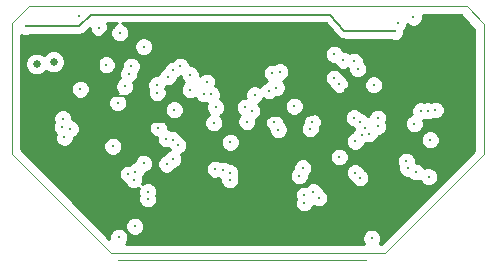
<source format=gbr>
G04 (created by PCBNEW-RS274X (2012-apr-16-27)-stable) date Thu 03 Apr 2014 02:01:57 PM EDT*
G01*
G70*
G90*
%MOIN*%
G04 Gerber Fmt 3.4, Leading zero omitted, Abs format*
%FSLAX34Y34*%
G04 APERTURE LIST*
%ADD10C,0.006000*%
%ADD11C,0.000400*%
%ADD12C,0.002000*%
%ADD13C,0.013000*%
%ADD14C,0.026000*%
%ADD15C,0.008000*%
%ADD16C,0.007000*%
%ADD17C,0.010000*%
G04 APERTURE END LIST*
G54D10*
G54D11*
X24646Y-27224D02*
X27953Y-23917D01*
X15512Y-27224D02*
X12205Y-23917D01*
X15512Y-27224D02*
X24646Y-27224D01*
X12766Y-18996D02*
X12205Y-19557D01*
X27392Y-18996D02*
X27953Y-19596D01*
X26939Y-18996D02*
X27392Y-18996D01*
X27953Y-19596D02*
X27953Y-23917D01*
X16663Y-18996D02*
X26938Y-18996D01*
X12205Y-19557D02*
X12205Y-23917D01*
X16664Y-18996D02*
X12766Y-18996D01*
X15748Y-27461D02*
X24016Y-27461D01*
G54D12*
X15748Y-27461D02*
X24016Y-27461D01*
G54D13*
X25591Y-19360D03*
X14439Y-19331D03*
X24970Y-19833D03*
X12687Y-19665D03*
X16260Y-24783D03*
X17815Y-20984D03*
X16319Y-24508D03*
X17579Y-21122D03*
X17087Y-23051D03*
X18701Y-21516D03*
X17736Y-23622D03*
X18602Y-21909D03*
X18996Y-22362D03*
X18986Y-24419D03*
X19980Y-22362D03*
X19469Y-24774D03*
X20945Y-22854D03*
X20197Y-22480D03*
X22146Y-23081D03*
X20295Y-21939D03*
X21132Y-21171D03*
X21788Y-24643D03*
X23868Y-23268D03*
X23809Y-24705D03*
X24114Y-23248D03*
X23612Y-20827D03*
X22953Y-20591D03*
X24400Y-22717D03*
X25827Y-22480D03*
X25394Y-24390D03*
X26319Y-22451D03*
X25669Y-24518D03*
X21949Y-25285D03*
X23120Y-21585D03*
X23612Y-22707D03*
X22254Y-25177D03*
X15728Y-22205D03*
X16732Y-25413D03*
X15965Y-21663D03*
X16732Y-25177D03*
X17047Y-21870D03*
X17559Y-24094D03*
X21949Y-25551D03*
X22943Y-21388D03*
X23819Y-22835D03*
X22441Y-25384D03*
X16594Y-20334D03*
X13878Y-23012D03*
X16181Y-20994D03*
X14154Y-23071D03*
X16083Y-24587D03*
X17402Y-21339D03*
X18150Y-21280D03*
X16594Y-24232D03*
X17343Y-23406D03*
X18150Y-21772D03*
X17579Y-23445D03*
X18858Y-21929D03*
X18937Y-22874D03*
X19252Y-24459D03*
X19469Y-24537D03*
X20039Y-22835D03*
X17028Y-21614D03*
X17362Y-24252D03*
X20778Y-21811D03*
X21083Y-23100D03*
X21024Y-21703D03*
X22215Y-22854D03*
X21900Y-24380D03*
X20876Y-21220D03*
X23642Y-24537D03*
X23652Y-23494D03*
X23730Y-21083D03*
X23967Y-23051D03*
X23248Y-20787D03*
X24409Y-22992D03*
X25354Y-24154D03*
X25620Y-22904D03*
X26093Y-24675D03*
X26083Y-22480D03*
X13898Y-22736D03*
X15354Y-20945D03*
X16103Y-21240D03*
X13957Y-23366D03*
G54D14*
X13593Y-20846D03*
G54D13*
X24203Y-26732D03*
X25069Y-19557D03*
X15797Y-19872D03*
X16299Y-26329D03*
G54D14*
X13031Y-20915D03*
G54D13*
X24262Y-21614D03*
X26152Y-23445D03*
X14488Y-21752D03*
X17618Y-22441D03*
X15768Y-26693D03*
X19488Y-23524D03*
X15108Y-19705D03*
X15571Y-23661D03*
X23120Y-24016D03*
X21614Y-22323D03*
G54D14*
X13041Y-21555D03*
G54D13*
X16112Y-26555D03*
X13465Y-21870D03*
X18740Y-24055D03*
X27106Y-23543D03*
X16594Y-22895D03*
X25226Y-21762D03*
X14606Y-23839D03*
X20512Y-22854D03*
X18583Y-22579D03*
X20256Y-24075D03*
X25197Y-23543D03*
X24094Y-24114D03*
X15600Y-19705D03*
X23297Y-21791D03*
X21821Y-23927D03*
X22598Y-22470D03*
X16732Y-23780D03*
X15472Y-21978D03*
G54D15*
X24232Y-19818D02*
X24970Y-19833D01*
X12687Y-19665D02*
X14439Y-19665D01*
X14439Y-19665D02*
X14832Y-19272D01*
X23287Y-19818D02*
X24232Y-19818D01*
X24970Y-19833D02*
X24970Y-19833D01*
X14832Y-19272D02*
X22823Y-19272D01*
X22823Y-19272D02*
X23287Y-19818D01*
X13465Y-21870D02*
X13356Y-21870D01*
X13356Y-21870D02*
X13041Y-21555D01*
X15571Y-24734D02*
X15571Y-24016D01*
X16112Y-26555D02*
X15994Y-26437D01*
G54D16*
X14862Y-24016D02*
X14606Y-23839D01*
G54D15*
X15994Y-25157D02*
X15571Y-24734D01*
X15994Y-26437D02*
X15994Y-25157D01*
G54D16*
X20862Y-22635D02*
X20512Y-22854D01*
X25030Y-21703D02*
X25226Y-21762D01*
X18445Y-23917D02*
X18583Y-24055D01*
X16890Y-22835D02*
X16713Y-22835D01*
X24597Y-22136D02*
X25030Y-21703D01*
X16732Y-23780D02*
X16221Y-24016D01*
X15472Y-21978D02*
X15216Y-22224D01*
X18583Y-22618D02*
X18445Y-22756D01*
X16575Y-23760D02*
X16201Y-23465D01*
X16968Y-22835D02*
X16890Y-22835D01*
X16713Y-22835D02*
X16594Y-22895D01*
X22205Y-22618D02*
X21890Y-22687D01*
X22598Y-22470D02*
X22205Y-22618D01*
X16732Y-23780D02*
X16575Y-23760D01*
X22224Y-24124D02*
X21821Y-23927D01*
X13691Y-22224D02*
X13465Y-21870D01*
X19744Y-24155D02*
X20256Y-24075D01*
X23465Y-21712D02*
X24065Y-22136D01*
X25197Y-23543D02*
X25197Y-21791D01*
X18583Y-24055D02*
X18740Y-24055D01*
X24094Y-24114D02*
X24626Y-24114D01*
X22598Y-23100D02*
X22598Y-22470D01*
X23317Y-24498D02*
X23711Y-24114D01*
X20256Y-23110D02*
X20512Y-22854D01*
X23711Y-24114D02*
X24094Y-24114D01*
X27106Y-23543D02*
X26703Y-23888D01*
X16594Y-22411D02*
X16594Y-22895D01*
X22224Y-24124D02*
X22736Y-24518D01*
X21890Y-22687D02*
X20862Y-22635D01*
X15216Y-22224D02*
X13691Y-22224D01*
X20256Y-24075D02*
X20256Y-23110D01*
X23297Y-21791D02*
X23396Y-21703D01*
X18583Y-22579D02*
X18465Y-22579D01*
X21860Y-23838D02*
X22598Y-23100D01*
G54D15*
X15482Y-19705D02*
X15108Y-20079D01*
X15600Y-19705D02*
X15482Y-19705D01*
X15108Y-21614D02*
X15472Y-21978D01*
X15108Y-20079D02*
X15108Y-21614D01*
G54D16*
X24065Y-22136D02*
X24597Y-22136D01*
X26703Y-23888D02*
X25541Y-23888D01*
X18583Y-22579D02*
X18583Y-22618D01*
X25541Y-23888D02*
X25197Y-23543D01*
X15472Y-21978D02*
X16161Y-21978D01*
X23396Y-21703D02*
X23465Y-21712D01*
X16221Y-24016D02*
X15571Y-24016D01*
X15571Y-24016D02*
X14862Y-24016D01*
X18307Y-22834D02*
X16968Y-22835D01*
X25197Y-21791D02*
X25226Y-21762D01*
X18465Y-22579D02*
X18307Y-22834D01*
X16201Y-23110D02*
X16416Y-22895D01*
X19311Y-24115D02*
X19744Y-24155D01*
X18740Y-24055D02*
X19311Y-24115D01*
X24626Y-24114D02*
X25197Y-23543D01*
X21821Y-23927D02*
X21860Y-23838D01*
X16201Y-23465D02*
X16201Y-23110D01*
X16416Y-22895D02*
X16594Y-22895D01*
X18445Y-22756D02*
X18445Y-23917D01*
X22736Y-24518D02*
X23317Y-24498D01*
X16161Y-21978D02*
X16594Y-22411D01*
G54D10*
G36*
X27607Y-19783D02*
X27598Y-23818D01*
X26634Y-24785D01*
X26634Y-22514D01*
X26634Y-22389D01*
X26586Y-22273D01*
X26498Y-22184D01*
X26382Y-22136D01*
X26257Y-22136D01*
X26166Y-22173D01*
X26146Y-22165D01*
X26021Y-22165D01*
X25955Y-22192D01*
X25890Y-22165D01*
X25765Y-22165D01*
X25649Y-22213D01*
X25560Y-22301D01*
X25512Y-22417D01*
X25512Y-22542D01*
X25535Y-22598D01*
X25442Y-22637D01*
X25353Y-22725D01*
X25305Y-22841D01*
X25305Y-22966D01*
X25353Y-23082D01*
X25441Y-23171D01*
X25557Y-23219D01*
X25682Y-23219D01*
X25798Y-23171D01*
X25887Y-23083D01*
X25935Y-22967D01*
X25935Y-22842D01*
X25911Y-22785D01*
X25954Y-22767D01*
X26020Y-22795D01*
X26145Y-22795D01*
X26235Y-22757D01*
X26256Y-22766D01*
X26381Y-22766D01*
X26497Y-22718D01*
X26586Y-22630D01*
X26634Y-22514D01*
X26634Y-24785D01*
X26467Y-24952D01*
X26467Y-23508D01*
X26467Y-23383D01*
X26419Y-23267D01*
X26331Y-23178D01*
X26215Y-23130D01*
X26090Y-23130D01*
X25974Y-23178D01*
X25885Y-23266D01*
X25837Y-23382D01*
X25837Y-23507D01*
X25885Y-23623D01*
X25973Y-23712D01*
X26089Y-23760D01*
X26214Y-23760D01*
X26330Y-23712D01*
X26419Y-23624D01*
X26467Y-23508D01*
X26467Y-24952D01*
X26408Y-25011D01*
X26408Y-24738D01*
X26408Y-24613D01*
X26360Y-24497D01*
X26272Y-24408D01*
X26156Y-24360D01*
X26031Y-24360D01*
X25956Y-24390D01*
X25936Y-24340D01*
X25848Y-24251D01*
X25732Y-24203D01*
X25669Y-24203D01*
X25669Y-24092D01*
X25621Y-23976D01*
X25533Y-23887D01*
X25417Y-23839D01*
X25292Y-23839D01*
X25176Y-23887D01*
X25087Y-23975D01*
X25039Y-24091D01*
X25039Y-24216D01*
X25081Y-24319D01*
X25079Y-24327D01*
X25079Y-24452D01*
X25127Y-24568D01*
X25215Y-24657D01*
X25331Y-24705D01*
X25410Y-24705D01*
X25490Y-24785D01*
X25606Y-24833D01*
X25731Y-24833D01*
X25805Y-24802D01*
X25826Y-24853D01*
X25914Y-24942D01*
X26030Y-24990D01*
X26155Y-24990D01*
X26271Y-24942D01*
X26360Y-24854D01*
X26408Y-24738D01*
X26408Y-25011D01*
X24724Y-26701D01*
X24724Y-23055D01*
X24724Y-22930D01*
X24688Y-22844D01*
X24715Y-22780D01*
X24715Y-22655D01*
X24667Y-22539D01*
X24579Y-22450D01*
X24577Y-22449D01*
X24577Y-21677D01*
X24577Y-21552D01*
X24529Y-21436D01*
X24441Y-21347D01*
X24325Y-21299D01*
X24200Y-21299D01*
X24084Y-21347D01*
X24045Y-21385D01*
X24045Y-21146D01*
X24045Y-21021D01*
X23997Y-20905D01*
X23927Y-20834D01*
X23927Y-20765D01*
X23879Y-20649D01*
X23791Y-20560D01*
X23675Y-20512D01*
X23550Y-20512D01*
X23457Y-20550D01*
X23427Y-20520D01*
X23311Y-20472D01*
X23244Y-20472D01*
X23220Y-20413D01*
X23132Y-20324D01*
X23016Y-20276D01*
X22891Y-20276D01*
X22775Y-20324D01*
X22686Y-20412D01*
X22638Y-20528D01*
X22638Y-20653D01*
X22686Y-20769D01*
X22774Y-20858D01*
X22890Y-20906D01*
X22956Y-20906D01*
X22981Y-20965D01*
X23069Y-21054D01*
X23185Y-21102D01*
X23310Y-21102D01*
X23402Y-21063D01*
X23415Y-21075D01*
X23415Y-21145D01*
X23463Y-21261D01*
X23551Y-21350D01*
X23667Y-21398D01*
X23792Y-21398D01*
X23908Y-21350D01*
X23997Y-21262D01*
X24045Y-21146D01*
X24045Y-21385D01*
X23995Y-21435D01*
X23947Y-21551D01*
X23947Y-21676D01*
X23995Y-21792D01*
X24083Y-21881D01*
X24199Y-21929D01*
X24324Y-21929D01*
X24440Y-21881D01*
X24529Y-21793D01*
X24577Y-21677D01*
X24577Y-22449D01*
X24463Y-22402D01*
X24338Y-22402D01*
X24222Y-22450D01*
X24133Y-22538D01*
X24085Y-22654D01*
X24085Y-22655D01*
X23998Y-22568D01*
X23882Y-22520D01*
X23870Y-22520D01*
X23791Y-22440D01*
X23675Y-22392D01*
X23550Y-22392D01*
X23435Y-22439D01*
X23435Y-21648D01*
X23435Y-21523D01*
X23387Y-21407D01*
X23299Y-21318D01*
X23245Y-21295D01*
X23210Y-21210D01*
X23122Y-21121D01*
X23006Y-21073D01*
X22881Y-21073D01*
X22765Y-21121D01*
X22676Y-21209D01*
X22628Y-21325D01*
X22628Y-21450D01*
X22676Y-21566D01*
X22764Y-21655D01*
X22817Y-21677D01*
X22853Y-21763D01*
X22941Y-21852D01*
X23057Y-21900D01*
X23182Y-21900D01*
X23298Y-21852D01*
X23387Y-21764D01*
X23435Y-21648D01*
X23435Y-22439D01*
X23434Y-22440D01*
X23345Y-22528D01*
X23297Y-22644D01*
X23297Y-22769D01*
X23345Y-22885D01*
X23433Y-22974D01*
X23549Y-23022D01*
X23560Y-23022D01*
X23614Y-23075D01*
X23601Y-23089D01*
X23558Y-23192D01*
X23474Y-23227D01*
X23385Y-23315D01*
X23337Y-23431D01*
X23337Y-23556D01*
X23385Y-23672D01*
X23473Y-23761D01*
X23589Y-23809D01*
X23714Y-23809D01*
X23830Y-23761D01*
X23919Y-23673D01*
X23961Y-23569D01*
X24014Y-23547D01*
X24051Y-23563D01*
X24176Y-23563D01*
X24292Y-23515D01*
X24381Y-23427D01*
X24429Y-23311D01*
X24429Y-23307D01*
X24471Y-23307D01*
X24587Y-23259D01*
X24676Y-23171D01*
X24724Y-23055D01*
X24724Y-26701D01*
X24507Y-26919D01*
X24461Y-26918D01*
X24470Y-26911D01*
X24518Y-26795D01*
X24518Y-26670D01*
X24470Y-26554D01*
X24382Y-26465D01*
X24266Y-26417D01*
X24141Y-26417D01*
X24124Y-26424D01*
X24124Y-24768D01*
X24124Y-24643D01*
X24076Y-24527D01*
X23988Y-24438D01*
X23932Y-24414D01*
X23909Y-24359D01*
X23821Y-24270D01*
X23705Y-24222D01*
X23580Y-24222D01*
X23464Y-24270D01*
X23435Y-24298D01*
X23435Y-24079D01*
X23435Y-23954D01*
X23387Y-23838D01*
X23299Y-23749D01*
X23183Y-23701D01*
X23058Y-23701D01*
X22942Y-23749D01*
X22853Y-23837D01*
X22805Y-23953D01*
X22805Y-24078D01*
X22853Y-24194D01*
X22941Y-24283D01*
X23057Y-24331D01*
X23182Y-24331D01*
X23298Y-24283D01*
X23387Y-24195D01*
X23435Y-24079D01*
X23435Y-24298D01*
X23375Y-24358D01*
X23327Y-24474D01*
X23327Y-24599D01*
X23375Y-24715D01*
X23463Y-24804D01*
X23518Y-24827D01*
X23542Y-24883D01*
X23630Y-24972D01*
X23746Y-25020D01*
X23871Y-25020D01*
X23987Y-24972D01*
X24076Y-24884D01*
X24124Y-24768D01*
X24124Y-26424D01*
X24025Y-26465D01*
X23936Y-26553D01*
X23888Y-26669D01*
X23888Y-26794D01*
X23936Y-26910D01*
X23944Y-26918D01*
X22756Y-26916D01*
X22756Y-25447D01*
X22756Y-25322D01*
X22708Y-25206D01*
X22620Y-25117D01*
X22559Y-25091D01*
X22530Y-25020D01*
X22530Y-22917D01*
X22530Y-22792D01*
X22482Y-22676D01*
X22394Y-22587D01*
X22278Y-22539D01*
X22153Y-22539D01*
X22037Y-22587D01*
X21948Y-22675D01*
X21929Y-22720D01*
X21929Y-22386D01*
X21929Y-22261D01*
X21881Y-22145D01*
X21793Y-22056D01*
X21677Y-22008D01*
X21552Y-22008D01*
X21447Y-22051D01*
X21447Y-21234D01*
X21447Y-21109D01*
X21399Y-20993D01*
X21311Y-20904D01*
X21195Y-20856D01*
X21070Y-20856D01*
X20954Y-20904D01*
X20948Y-20909D01*
X20939Y-20905D01*
X20814Y-20905D01*
X20698Y-20953D01*
X20609Y-21041D01*
X20561Y-21157D01*
X20561Y-21282D01*
X20609Y-21398D01*
X20697Y-21487D01*
X20718Y-21496D01*
X20716Y-21496D01*
X20600Y-21544D01*
X20511Y-21632D01*
X20488Y-21686D01*
X20474Y-21672D01*
X20358Y-21624D01*
X20233Y-21624D01*
X20117Y-21672D01*
X20028Y-21760D01*
X19980Y-21876D01*
X19980Y-22001D01*
X19999Y-22047D01*
X19918Y-22047D01*
X19802Y-22095D01*
X19713Y-22183D01*
X19665Y-22299D01*
X19665Y-22424D01*
X19713Y-22540D01*
X19800Y-22628D01*
X19772Y-22656D01*
X19724Y-22772D01*
X19724Y-22897D01*
X19772Y-23013D01*
X19860Y-23102D01*
X19976Y-23150D01*
X20101Y-23150D01*
X20217Y-23102D01*
X20306Y-23014D01*
X20354Y-22898D01*
X20354Y-22773D01*
X20347Y-22758D01*
X20375Y-22747D01*
X20464Y-22659D01*
X20512Y-22543D01*
X20512Y-22418D01*
X20464Y-22302D01*
X20399Y-22236D01*
X20473Y-22206D01*
X20562Y-22118D01*
X20584Y-22063D01*
X20599Y-22078D01*
X20715Y-22126D01*
X20840Y-22126D01*
X20956Y-22078D01*
X21016Y-22018D01*
X21086Y-22018D01*
X21202Y-21970D01*
X21291Y-21882D01*
X21339Y-21766D01*
X21339Y-21641D01*
X21291Y-21525D01*
X21235Y-21468D01*
X21310Y-21438D01*
X21399Y-21350D01*
X21447Y-21234D01*
X21447Y-22051D01*
X21436Y-22056D01*
X21347Y-22144D01*
X21299Y-22260D01*
X21299Y-22385D01*
X21347Y-22501D01*
X21435Y-22590D01*
X21551Y-22638D01*
X21676Y-22638D01*
X21792Y-22590D01*
X21881Y-22502D01*
X21929Y-22386D01*
X21929Y-22720D01*
X21900Y-22791D01*
X21900Y-22881D01*
X21879Y-22902D01*
X21831Y-23018D01*
X21831Y-23143D01*
X21879Y-23259D01*
X21967Y-23348D01*
X22083Y-23396D01*
X22208Y-23396D01*
X22324Y-23348D01*
X22413Y-23260D01*
X22461Y-23144D01*
X22461Y-23053D01*
X22482Y-23033D01*
X22530Y-22917D01*
X22530Y-25020D01*
X22521Y-24999D01*
X22433Y-24910D01*
X22317Y-24862D01*
X22215Y-24862D01*
X22215Y-24443D01*
X22215Y-24318D01*
X22167Y-24202D01*
X22079Y-24113D01*
X21963Y-24065D01*
X21838Y-24065D01*
X21722Y-24113D01*
X21633Y-24201D01*
X21585Y-24317D01*
X21585Y-24400D01*
X21521Y-24464D01*
X21473Y-24580D01*
X21473Y-24705D01*
X21521Y-24821D01*
X21609Y-24910D01*
X21725Y-24958D01*
X21850Y-24958D01*
X21966Y-24910D01*
X22055Y-24822D01*
X22103Y-24706D01*
X22103Y-24622D01*
X22167Y-24559D01*
X22215Y-24443D01*
X22215Y-24862D01*
X22192Y-24862D01*
X22076Y-24910D01*
X22014Y-24970D01*
X22012Y-24970D01*
X21887Y-24970D01*
X21771Y-25018D01*
X21682Y-25106D01*
X21634Y-25222D01*
X21634Y-25347D01*
X21663Y-25417D01*
X21634Y-25488D01*
X21634Y-25613D01*
X21682Y-25729D01*
X21770Y-25818D01*
X21886Y-25866D01*
X22011Y-25866D01*
X22127Y-25818D01*
X22216Y-25730D01*
X22252Y-25641D01*
X22262Y-25651D01*
X22378Y-25699D01*
X22503Y-25699D01*
X22619Y-25651D01*
X22708Y-25563D01*
X22756Y-25447D01*
X22756Y-26916D01*
X21398Y-26915D01*
X21398Y-23163D01*
X21398Y-23038D01*
X21350Y-22922D01*
X21262Y-22833D01*
X21260Y-22832D01*
X21260Y-22792D01*
X21212Y-22676D01*
X21124Y-22587D01*
X21008Y-22539D01*
X20883Y-22539D01*
X20767Y-22587D01*
X20678Y-22675D01*
X20630Y-22791D01*
X20630Y-22916D01*
X20678Y-23032D01*
X20766Y-23121D01*
X20768Y-23121D01*
X20768Y-23162D01*
X20816Y-23278D01*
X20904Y-23367D01*
X21020Y-23415D01*
X21145Y-23415D01*
X21261Y-23367D01*
X21350Y-23279D01*
X21398Y-23163D01*
X21398Y-26915D01*
X19803Y-26913D01*
X19803Y-23587D01*
X19803Y-23462D01*
X19755Y-23346D01*
X19667Y-23257D01*
X19551Y-23209D01*
X19426Y-23209D01*
X19311Y-23256D01*
X19311Y-22425D01*
X19311Y-22300D01*
X19263Y-22184D01*
X19175Y-22095D01*
X19136Y-22079D01*
X19173Y-21992D01*
X19173Y-21867D01*
X19125Y-21751D01*
X19037Y-21662D01*
X18989Y-21642D01*
X19016Y-21579D01*
X19016Y-21454D01*
X18968Y-21338D01*
X18880Y-21249D01*
X18764Y-21201D01*
X18639Y-21201D01*
X18523Y-21249D01*
X18465Y-21306D01*
X18465Y-21218D01*
X18417Y-21102D01*
X18329Y-21013D01*
X18213Y-20965D01*
X18130Y-20965D01*
X18130Y-20922D01*
X18082Y-20806D01*
X17994Y-20717D01*
X17878Y-20669D01*
X17753Y-20669D01*
X17637Y-20717D01*
X17548Y-20805D01*
X17547Y-20807D01*
X17517Y-20807D01*
X17401Y-20855D01*
X17312Y-20943D01*
X17265Y-21054D01*
X17224Y-21072D01*
X17135Y-21160D01*
X17087Y-21276D01*
X17087Y-21299D01*
X16966Y-21299D01*
X16909Y-21322D01*
X16909Y-20397D01*
X16909Y-20272D01*
X16861Y-20156D01*
X16773Y-20067D01*
X16657Y-20019D01*
X16532Y-20019D01*
X16416Y-20067D01*
X16327Y-20155D01*
X16279Y-20271D01*
X16279Y-20396D01*
X16327Y-20512D01*
X16415Y-20601D01*
X16531Y-20649D01*
X16656Y-20649D01*
X16772Y-20601D01*
X16861Y-20513D01*
X16909Y-20397D01*
X16909Y-21322D01*
X16850Y-21347D01*
X16761Y-21435D01*
X16713Y-21551D01*
X16713Y-21676D01*
X16749Y-21764D01*
X16732Y-21807D01*
X16732Y-21932D01*
X16780Y-22048D01*
X16868Y-22137D01*
X16984Y-22185D01*
X17109Y-22185D01*
X17225Y-22137D01*
X17314Y-22049D01*
X17362Y-21933D01*
X17362Y-21808D01*
X17325Y-21719D01*
X17343Y-21677D01*
X17343Y-21654D01*
X17464Y-21654D01*
X17580Y-21606D01*
X17669Y-21518D01*
X17715Y-21406D01*
X17757Y-21389D01*
X17835Y-21311D01*
X17835Y-21342D01*
X17883Y-21458D01*
X17950Y-21526D01*
X17883Y-21593D01*
X17835Y-21709D01*
X17835Y-21834D01*
X17883Y-21950D01*
X17971Y-22039D01*
X18087Y-22087D01*
X18212Y-22087D01*
X18317Y-22043D01*
X18335Y-22087D01*
X18423Y-22176D01*
X18539Y-22224D01*
X18664Y-22224D01*
X18705Y-22206D01*
X18717Y-22211D01*
X18681Y-22299D01*
X18681Y-22424D01*
X18729Y-22540D01*
X18784Y-22596D01*
X18759Y-22607D01*
X18670Y-22695D01*
X18622Y-22811D01*
X18622Y-22936D01*
X18670Y-23052D01*
X18758Y-23141D01*
X18874Y-23189D01*
X18999Y-23189D01*
X19115Y-23141D01*
X19204Y-23053D01*
X19252Y-22937D01*
X19252Y-22812D01*
X19204Y-22696D01*
X19148Y-22639D01*
X19174Y-22629D01*
X19263Y-22541D01*
X19311Y-22425D01*
X19311Y-23256D01*
X19310Y-23257D01*
X19221Y-23345D01*
X19173Y-23461D01*
X19173Y-23586D01*
X19221Y-23702D01*
X19309Y-23791D01*
X19425Y-23839D01*
X19550Y-23839D01*
X19666Y-23791D01*
X19755Y-23703D01*
X19803Y-23587D01*
X19803Y-26913D01*
X19784Y-26913D01*
X19784Y-24837D01*
X19784Y-24712D01*
X19760Y-24656D01*
X19784Y-24600D01*
X19784Y-24475D01*
X19736Y-24359D01*
X19648Y-24270D01*
X19532Y-24222D01*
X19460Y-24222D01*
X19431Y-24192D01*
X19315Y-24144D01*
X19190Y-24144D01*
X19166Y-24153D01*
X19165Y-24152D01*
X19049Y-24104D01*
X18924Y-24104D01*
X18808Y-24152D01*
X18719Y-24240D01*
X18671Y-24356D01*
X18671Y-24481D01*
X18719Y-24597D01*
X18807Y-24686D01*
X18923Y-24734D01*
X19048Y-24734D01*
X19071Y-24724D01*
X19073Y-24726D01*
X19154Y-24759D01*
X19154Y-24836D01*
X19202Y-24952D01*
X19290Y-25041D01*
X19406Y-25089D01*
X19531Y-25089D01*
X19647Y-25041D01*
X19736Y-24953D01*
X19784Y-24837D01*
X19784Y-26913D01*
X18051Y-26911D01*
X18051Y-23685D01*
X18051Y-23560D01*
X18003Y-23444D01*
X17933Y-23373D01*
X17933Y-22504D01*
X17933Y-22379D01*
X17885Y-22263D01*
X17797Y-22174D01*
X17681Y-22126D01*
X17556Y-22126D01*
X17440Y-22174D01*
X17351Y-22262D01*
X17303Y-22378D01*
X17303Y-22503D01*
X17351Y-22619D01*
X17439Y-22708D01*
X17555Y-22756D01*
X17680Y-22756D01*
X17796Y-22708D01*
X17885Y-22620D01*
X17933Y-22504D01*
X17933Y-23373D01*
X17915Y-23355D01*
X17875Y-23338D01*
X17846Y-23267D01*
X17758Y-23178D01*
X17642Y-23130D01*
X17517Y-23130D01*
X17508Y-23133D01*
X17406Y-23091D01*
X17402Y-23091D01*
X17402Y-22989D01*
X17354Y-22873D01*
X17266Y-22784D01*
X17150Y-22736D01*
X17025Y-22736D01*
X16909Y-22784D01*
X16820Y-22872D01*
X16772Y-22988D01*
X16772Y-23113D01*
X16820Y-23229D01*
X16908Y-23318D01*
X17024Y-23366D01*
X17028Y-23366D01*
X17028Y-23468D01*
X17076Y-23584D01*
X17164Y-23673D01*
X17280Y-23721D01*
X17405Y-23721D01*
X17413Y-23717D01*
X17439Y-23728D01*
X17465Y-23791D01*
X17381Y-23827D01*
X17292Y-23915D01*
X17279Y-23945D01*
X17184Y-23985D01*
X17095Y-24073D01*
X17047Y-24189D01*
X17047Y-24314D01*
X17095Y-24430D01*
X17183Y-24519D01*
X17299Y-24567D01*
X17424Y-24567D01*
X17540Y-24519D01*
X17629Y-24431D01*
X17641Y-24400D01*
X17737Y-24361D01*
X17826Y-24273D01*
X17874Y-24157D01*
X17874Y-24032D01*
X17829Y-23924D01*
X17914Y-23889D01*
X18003Y-23801D01*
X18051Y-23685D01*
X18051Y-26911D01*
X17047Y-26910D01*
X17047Y-25476D01*
X17047Y-25351D01*
X17024Y-25295D01*
X17047Y-25240D01*
X17047Y-25115D01*
X16999Y-24999D01*
X16911Y-24910D01*
X16795Y-24862D01*
X16670Y-24862D01*
X16554Y-24910D01*
X16544Y-24919D01*
X16575Y-24846D01*
X16575Y-24721D01*
X16568Y-24704D01*
X16586Y-24687D01*
X16634Y-24571D01*
X16634Y-24547D01*
X16656Y-24547D01*
X16772Y-24499D01*
X16861Y-24411D01*
X16909Y-24295D01*
X16909Y-24170D01*
X16861Y-24054D01*
X16773Y-23965D01*
X16657Y-23917D01*
X16532Y-23917D01*
X16496Y-23931D01*
X16496Y-21057D01*
X16496Y-20932D01*
X16448Y-20816D01*
X16360Y-20727D01*
X16244Y-20679D01*
X16119Y-20679D01*
X16003Y-20727D01*
X15914Y-20815D01*
X15866Y-20931D01*
X15866Y-21031D01*
X15836Y-21061D01*
X15788Y-21177D01*
X15788Y-21302D01*
X15821Y-21381D01*
X15787Y-21396D01*
X15698Y-21484D01*
X15669Y-21554D01*
X15669Y-21008D01*
X15669Y-20883D01*
X15621Y-20767D01*
X15533Y-20678D01*
X15417Y-20630D01*
X15292Y-20630D01*
X15176Y-20678D01*
X15087Y-20766D01*
X15039Y-20882D01*
X15039Y-21007D01*
X15087Y-21123D01*
X15175Y-21212D01*
X15291Y-21260D01*
X15416Y-21260D01*
X15532Y-21212D01*
X15621Y-21124D01*
X15669Y-21008D01*
X15669Y-21554D01*
X15650Y-21600D01*
X15650Y-21725D01*
X15698Y-21841D01*
X15746Y-21890D01*
X15666Y-21890D01*
X15550Y-21938D01*
X15461Y-22026D01*
X15413Y-22142D01*
X15413Y-22267D01*
X15461Y-22383D01*
X15549Y-22472D01*
X15665Y-22520D01*
X15790Y-22520D01*
X15906Y-22472D01*
X15995Y-22384D01*
X16043Y-22268D01*
X16043Y-22143D01*
X15995Y-22027D01*
X15946Y-21978D01*
X16027Y-21978D01*
X16143Y-21930D01*
X16232Y-21842D01*
X16280Y-21726D01*
X16280Y-21601D01*
X16246Y-21521D01*
X16281Y-21507D01*
X16370Y-21419D01*
X16418Y-21303D01*
X16418Y-21202D01*
X16448Y-21173D01*
X16496Y-21057D01*
X16496Y-23931D01*
X16416Y-23965D01*
X16327Y-24053D01*
X16279Y-24169D01*
X16279Y-24193D01*
X16257Y-24193D01*
X16141Y-24241D01*
X16109Y-24272D01*
X16021Y-24272D01*
X15905Y-24320D01*
X15886Y-24338D01*
X15886Y-23724D01*
X15886Y-23599D01*
X15838Y-23483D01*
X15750Y-23394D01*
X15634Y-23346D01*
X15509Y-23346D01*
X15393Y-23394D01*
X15304Y-23482D01*
X15256Y-23598D01*
X15256Y-23723D01*
X15304Y-23839D01*
X15392Y-23928D01*
X15508Y-23976D01*
X15633Y-23976D01*
X15749Y-23928D01*
X15838Y-23840D01*
X15886Y-23724D01*
X15886Y-24338D01*
X15816Y-24408D01*
X15768Y-24524D01*
X15768Y-24649D01*
X15816Y-24765D01*
X15904Y-24854D01*
X15957Y-24876D01*
X15993Y-24961D01*
X16081Y-25050D01*
X16197Y-25098D01*
X16322Y-25098D01*
X16438Y-25050D01*
X16447Y-25040D01*
X16417Y-25114D01*
X16417Y-25239D01*
X16439Y-25294D01*
X16417Y-25350D01*
X16417Y-25475D01*
X16465Y-25591D01*
X16553Y-25680D01*
X16669Y-25728D01*
X16794Y-25728D01*
X16910Y-25680D01*
X16999Y-25592D01*
X17047Y-25476D01*
X17047Y-26910D01*
X16614Y-26909D01*
X16614Y-26392D01*
X16614Y-26267D01*
X16566Y-26151D01*
X16478Y-26062D01*
X16362Y-26014D01*
X16237Y-26014D01*
X16121Y-26062D01*
X16032Y-26150D01*
X15984Y-26266D01*
X15984Y-26391D01*
X16032Y-26507D01*
X16120Y-26596D01*
X16236Y-26644D01*
X16361Y-26644D01*
X16477Y-26596D01*
X16566Y-26508D01*
X16614Y-26392D01*
X16614Y-26909D01*
X15997Y-26909D01*
X16035Y-26872D01*
X16083Y-26756D01*
X16083Y-26631D01*
X16035Y-26515D01*
X15947Y-26426D01*
X15831Y-26378D01*
X15706Y-26378D01*
X15590Y-26426D01*
X15501Y-26514D01*
X15453Y-26630D01*
X15453Y-26738D01*
X14803Y-26078D01*
X14803Y-21815D01*
X14803Y-21690D01*
X14755Y-21574D01*
X14667Y-21485D01*
X14551Y-21437D01*
X14426Y-21437D01*
X14310Y-21485D01*
X14221Y-21573D01*
X14173Y-21689D01*
X14173Y-21814D01*
X14221Y-21930D01*
X14309Y-22019D01*
X14425Y-22067D01*
X14550Y-22067D01*
X14666Y-22019D01*
X14755Y-21931D01*
X14803Y-21815D01*
X14803Y-26078D01*
X14469Y-25738D01*
X14469Y-23134D01*
X14469Y-23009D01*
X14421Y-22893D01*
X14333Y-22804D01*
X14217Y-22756D01*
X14213Y-22756D01*
X14213Y-22674D01*
X14165Y-22558D01*
X14077Y-22469D01*
X13973Y-22425D01*
X13973Y-20922D01*
X13973Y-20771D01*
X13915Y-20631D01*
X13809Y-20524D01*
X13669Y-20466D01*
X13518Y-20466D01*
X13378Y-20524D01*
X13277Y-20623D01*
X13247Y-20593D01*
X13107Y-20535D01*
X12956Y-20535D01*
X12816Y-20593D01*
X12709Y-20699D01*
X12651Y-20839D01*
X12651Y-20990D01*
X12709Y-21130D01*
X12815Y-21237D01*
X12955Y-21295D01*
X13106Y-21295D01*
X13246Y-21237D01*
X13346Y-21137D01*
X13377Y-21168D01*
X13517Y-21226D01*
X13668Y-21226D01*
X13808Y-21168D01*
X13915Y-21062D01*
X13973Y-20922D01*
X13973Y-22425D01*
X13961Y-22421D01*
X13836Y-22421D01*
X13720Y-22469D01*
X13631Y-22557D01*
X13583Y-22673D01*
X13583Y-22798D01*
X13604Y-22849D01*
X13563Y-22949D01*
X13563Y-23074D01*
X13611Y-23190D01*
X13665Y-23245D01*
X13642Y-23303D01*
X13642Y-23428D01*
X13690Y-23544D01*
X13778Y-23633D01*
X13894Y-23681D01*
X14019Y-23681D01*
X14135Y-23633D01*
X14224Y-23545D01*
X14272Y-23429D01*
X14272Y-23362D01*
X14332Y-23338D01*
X14421Y-23250D01*
X14469Y-23134D01*
X14469Y-25738D01*
X12520Y-23760D01*
X12520Y-19936D01*
X12624Y-19980D01*
X12749Y-19980D01*
X12809Y-19955D01*
X14439Y-19955D01*
X14550Y-19933D01*
X14644Y-19870D01*
X14793Y-19721D01*
X14793Y-19767D01*
X14841Y-19883D01*
X14929Y-19972D01*
X15045Y-20020D01*
X15170Y-20020D01*
X15286Y-19972D01*
X15375Y-19884D01*
X15423Y-19768D01*
X15423Y-19643D01*
X15389Y-19562D01*
X15722Y-19562D01*
X15619Y-19605D01*
X15530Y-19693D01*
X15482Y-19809D01*
X15482Y-19934D01*
X15530Y-20050D01*
X15618Y-20139D01*
X15734Y-20187D01*
X15859Y-20187D01*
X15975Y-20139D01*
X16064Y-20051D01*
X16112Y-19935D01*
X16112Y-19810D01*
X16064Y-19694D01*
X15976Y-19605D01*
X15872Y-19562D01*
X22688Y-19562D01*
X23066Y-20005D01*
X23074Y-20011D01*
X23082Y-20023D01*
X23128Y-20054D01*
X23155Y-20075D01*
X23162Y-20077D01*
X23176Y-20086D01*
X23234Y-20097D01*
X23264Y-20106D01*
X23272Y-20105D01*
X23287Y-20108D01*
X24226Y-20108D01*
X24232Y-20108D01*
X24840Y-20120D01*
X24907Y-20148D01*
X25032Y-20148D01*
X25148Y-20100D01*
X25237Y-20012D01*
X25285Y-19896D01*
X25285Y-19786D01*
X25336Y-19736D01*
X25384Y-19620D01*
X25384Y-19598D01*
X25412Y-19627D01*
X25528Y-19675D01*
X25653Y-19675D01*
X25769Y-19627D01*
X25858Y-19539D01*
X25906Y-19423D01*
X25906Y-19298D01*
X25899Y-19282D01*
X27163Y-19282D01*
X27607Y-19783D01*
X27607Y-19783D01*
G37*
G54D17*
X27607Y-19783D02*
X27598Y-23818D01*
X26634Y-24785D01*
X26634Y-22514D01*
X26634Y-22389D01*
X26586Y-22273D01*
X26498Y-22184D01*
X26382Y-22136D01*
X26257Y-22136D01*
X26166Y-22173D01*
X26146Y-22165D01*
X26021Y-22165D01*
X25955Y-22192D01*
X25890Y-22165D01*
X25765Y-22165D01*
X25649Y-22213D01*
X25560Y-22301D01*
X25512Y-22417D01*
X25512Y-22542D01*
X25535Y-22598D01*
X25442Y-22637D01*
X25353Y-22725D01*
X25305Y-22841D01*
X25305Y-22966D01*
X25353Y-23082D01*
X25441Y-23171D01*
X25557Y-23219D01*
X25682Y-23219D01*
X25798Y-23171D01*
X25887Y-23083D01*
X25935Y-22967D01*
X25935Y-22842D01*
X25911Y-22785D01*
X25954Y-22767D01*
X26020Y-22795D01*
X26145Y-22795D01*
X26235Y-22757D01*
X26256Y-22766D01*
X26381Y-22766D01*
X26497Y-22718D01*
X26586Y-22630D01*
X26634Y-22514D01*
X26634Y-24785D01*
X26467Y-24952D01*
X26467Y-23508D01*
X26467Y-23383D01*
X26419Y-23267D01*
X26331Y-23178D01*
X26215Y-23130D01*
X26090Y-23130D01*
X25974Y-23178D01*
X25885Y-23266D01*
X25837Y-23382D01*
X25837Y-23507D01*
X25885Y-23623D01*
X25973Y-23712D01*
X26089Y-23760D01*
X26214Y-23760D01*
X26330Y-23712D01*
X26419Y-23624D01*
X26467Y-23508D01*
X26467Y-24952D01*
X26408Y-25011D01*
X26408Y-24738D01*
X26408Y-24613D01*
X26360Y-24497D01*
X26272Y-24408D01*
X26156Y-24360D01*
X26031Y-24360D01*
X25956Y-24390D01*
X25936Y-24340D01*
X25848Y-24251D01*
X25732Y-24203D01*
X25669Y-24203D01*
X25669Y-24092D01*
X25621Y-23976D01*
X25533Y-23887D01*
X25417Y-23839D01*
X25292Y-23839D01*
X25176Y-23887D01*
X25087Y-23975D01*
X25039Y-24091D01*
X25039Y-24216D01*
X25081Y-24319D01*
X25079Y-24327D01*
X25079Y-24452D01*
X25127Y-24568D01*
X25215Y-24657D01*
X25331Y-24705D01*
X25410Y-24705D01*
X25490Y-24785D01*
X25606Y-24833D01*
X25731Y-24833D01*
X25805Y-24802D01*
X25826Y-24853D01*
X25914Y-24942D01*
X26030Y-24990D01*
X26155Y-24990D01*
X26271Y-24942D01*
X26360Y-24854D01*
X26408Y-24738D01*
X26408Y-25011D01*
X24724Y-26701D01*
X24724Y-23055D01*
X24724Y-22930D01*
X24688Y-22844D01*
X24715Y-22780D01*
X24715Y-22655D01*
X24667Y-22539D01*
X24579Y-22450D01*
X24577Y-22449D01*
X24577Y-21677D01*
X24577Y-21552D01*
X24529Y-21436D01*
X24441Y-21347D01*
X24325Y-21299D01*
X24200Y-21299D01*
X24084Y-21347D01*
X24045Y-21385D01*
X24045Y-21146D01*
X24045Y-21021D01*
X23997Y-20905D01*
X23927Y-20834D01*
X23927Y-20765D01*
X23879Y-20649D01*
X23791Y-20560D01*
X23675Y-20512D01*
X23550Y-20512D01*
X23457Y-20550D01*
X23427Y-20520D01*
X23311Y-20472D01*
X23244Y-20472D01*
X23220Y-20413D01*
X23132Y-20324D01*
X23016Y-20276D01*
X22891Y-20276D01*
X22775Y-20324D01*
X22686Y-20412D01*
X22638Y-20528D01*
X22638Y-20653D01*
X22686Y-20769D01*
X22774Y-20858D01*
X22890Y-20906D01*
X22956Y-20906D01*
X22981Y-20965D01*
X23069Y-21054D01*
X23185Y-21102D01*
X23310Y-21102D01*
X23402Y-21063D01*
X23415Y-21075D01*
X23415Y-21145D01*
X23463Y-21261D01*
X23551Y-21350D01*
X23667Y-21398D01*
X23792Y-21398D01*
X23908Y-21350D01*
X23997Y-21262D01*
X24045Y-21146D01*
X24045Y-21385D01*
X23995Y-21435D01*
X23947Y-21551D01*
X23947Y-21676D01*
X23995Y-21792D01*
X24083Y-21881D01*
X24199Y-21929D01*
X24324Y-21929D01*
X24440Y-21881D01*
X24529Y-21793D01*
X24577Y-21677D01*
X24577Y-22449D01*
X24463Y-22402D01*
X24338Y-22402D01*
X24222Y-22450D01*
X24133Y-22538D01*
X24085Y-22654D01*
X24085Y-22655D01*
X23998Y-22568D01*
X23882Y-22520D01*
X23870Y-22520D01*
X23791Y-22440D01*
X23675Y-22392D01*
X23550Y-22392D01*
X23435Y-22439D01*
X23435Y-21648D01*
X23435Y-21523D01*
X23387Y-21407D01*
X23299Y-21318D01*
X23245Y-21295D01*
X23210Y-21210D01*
X23122Y-21121D01*
X23006Y-21073D01*
X22881Y-21073D01*
X22765Y-21121D01*
X22676Y-21209D01*
X22628Y-21325D01*
X22628Y-21450D01*
X22676Y-21566D01*
X22764Y-21655D01*
X22817Y-21677D01*
X22853Y-21763D01*
X22941Y-21852D01*
X23057Y-21900D01*
X23182Y-21900D01*
X23298Y-21852D01*
X23387Y-21764D01*
X23435Y-21648D01*
X23435Y-22439D01*
X23434Y-22440D01*
X23345Y-22528D01*
X23297Y-22644D01*
X23297Y-22769D01*
X23345Y-22885D01*
X23433Y-22974D01*
X23549Y-23022D01*
X23560Y-23022D01*
X23614Y-23075D01*
X23601Y-23089D01*
X23558Y-23192D01*
X23474Y-23227D01*
X23385Y-23315D01*
X23337Y-23431D01*
X23337Y-23556D01*
X23385Y-23672D01*
X23473Y-23761D01*
X23589Y-23809D01*
X23714Y-23809D01*
X23830Y-23761D01*
X23919Y-23673D01*
X23961Y-23569D01*
X24014Y-23547D01*
X24051Y-23563D01*
X24176Y-23563D01*
X24292Y-23515D01*
X24381Y-23427D01*
X24429Y-23311D01*
X24429Y-23307D01*
X24471Y-23307D01*
X24587Y-23259D01*
X24676Y-23171D01*
X24724Y-23055D01*
X24724Y-26701D01*
X24507Y-26919D01*
X24461Y-26918D01*
X24470Y-26911D01*
X24518Y-26795D01*
X24518Y-26670D01*
X24470Y-26554D01*
X24382Y-26465D01*
X24266Y-26417D01*
X24141Y-26417D01*
X24124Y-26424D01*
X24124Y-24768D01*
X24124Y-24643D01*
X24076Y-24527D01*
X23988Y-24438D01*
X23932Y-24414D01*
X23909Y-24359D01*
X23821Y-24270D01*
X23705Y-24222D01*
X23580Y-24222D01*
X23464Y-24270D01*
X23435Y-24298D01*
X23435Y-24079D01*
X23435Y-23954D01*
X23387Y-23838D01*
X23299Y-23749D01*
X23183Y-23701D01*
X23058Y-23701D01*
X22942Y-23749D01*
X22853Y-23837D01*
X22805Y-23953D01*
X22805Y-24078D01*
X22853Y-24194D01*
X22941Y-24283D01*
X23057Y-24331D01*
X23182Y-24331D01*
X23298Y-24283D01*
X23387Y-24195D01*
X23435Y-24079D01*
X23435Y-24298D01*
X23375Y-24358D01*
X23327Y-24474D01*
X23327Y-24599D01*
X23375Y-24715D01*
X23463Y-24804D01*
X23518Y-24827D01*
X23542Y-24883D01*
X23630Y-24972D01*
X23746Y-25020D01*
X23871Y-25020D01*
X23987Y-24972D01*
X24076Y-24884D01*
X24124Y-24768D01*
X24124Y-26424D01*
X24025Y-26465D01*
X23936Y-26553D01*
X23888Y-26669D01*
X23888Y-26794D01*
X23936Y-26910D01*
X23944Y-26918D01*
X22756Y-26916D01*
X22756Y-25447D01*
X22756Y-25322D01*
X22708Y-25206D01*
X22620Y-25117D01*
X22559Y-25091D01*
X22530Y-25020D01*
X22530Y-22917D01*
X22530Y-22792D01*
X22482Y-22676D01*
X22394Y-22587D01*
X22278Y-22539D01*
X22153Y-22539D01*
X22037Y-22587D01*
X21948Y-22675D01*
X21929Y-22720D01*
X21929Y-22386D01*
X21929Y-22261D01*
X21881Y-22145D01*
X21793Y-22056D01*
X21677Y-22008D01*
X21552Y-22008D01*
X21447Y-22051D01*
X21447Y-21234D01*
X21447Y-21109D01*
X21399Y-20993D01*
X21311Y-20904D01*
X21195Y-20856D01*
X21070Y-20856D01*
X20954Y-20904D01*
X20948Y-20909D01*
X20939Y-20905D01*
X20814Y-20905D01*
X20698Y-20953D01*
X20609Y-21041D01*
X20561Y-21157D01*
X20561Y-21282D01*
X20609Y-21398D01*
X20697Y-21487D01*
X20718Y-21496D01*
X20716Y-21496D01*
X20600Y-21544D01*
X20511Y-21632D01*
X20488Y-21686D01*
X20474Y-21672D01*
X20358Y-21624D01*
X20233Y-21624D01*
X20117Y-21672D01*
X20028Y-21760D01*
X19980Y-21876D01*
X19980Y-22001D01*
X19999Y-22047D01*
X19918Y-22047D01*
X19802Y-22095D01*
X19713Y-22183D01*
X19665Y-22299D01*
X19665Y-22424D01*
X19713Y-22540D01*
X19800Y-22628D01*
X19772Y-22656D01*
X19724Y-22772D01*
X19724Y-22897D01*
X19772Y-23013D01*
X19860Y-23102D01*
X19976Y-23150D01*
X20101Y-23150D01*
X20217Y-23102D01*
X20306Y-23014D01*
X20354Y-22898D01*
X20354Y-22773D01*
X20347Y-22758D01*
X20375Y-22747D01*
X20464Y-22659D01*
X20512Y-22543D01*
X20512Y-22418D01*
X20464Y-22302D01*
X20399Y-22236D01*
X20473Y-22206D01*
X20562Y-22118D01*
X20584Y-22063D01*
X20599Y-22078D01*
X20715Y-22126D01*
X20840Y-22126D01*
X20956Y-22078D01*
X21016Y-22018D01*
X21086Y-22018D01*
X21202Y-21970D01*
X21291Y-21882D01*
X21339Y-21766D01*
X21339Y-21641D01*
X21291Y-21525D01*
X21235Y-21468D01*
X21310Y-21438D01*
X21399Y-21350D01*
X21447Y-21234D01*
X21447Y-22051D01*
X21436Y-22056D01*
X21347Y-22144D01*
X21299Y-22260D01*
X21299Y-22385D01*
X21347Y-22501D01*
X21435Y-22590D01*
X21551Y-22638D01*
X21676Y-22638D01*
X21792Y-22590D01*
X21881Y-22502D01*
X21929Y-22386D01*
X21929Y-22720D01*
X21900Y-22791D01*
X21900Y-22881D01*
X21879Y-22902D01*
X21831Y-23018D01*
X21831Y-23143D01*
X21879Y-23259D01*
X21967Y-23348D01*
X22083Y-23396D01*
X22208Y-23396D01*
X22324Y-23348D01*
X22413Y-23260D01*
X22461Y-23144D01*
X22461Y-23053D01*
X22482Y-23033D01*
X22530Y-22917D01*
X22530Y-25020D01*
X22521Y-24999D01*
X22433Y-24910D01*
X22317Y-24862D01*
X22215Y-24862D01*
X22215Y-24443D01*
X22215Y-24318D01*
X22167Y-24202D01*
X22079Y-24113D01*
X21963Y-24065D01*
X21838Y-24065D01*
X21722Y-24113D01*
X21633Y-24201D01*
X21585Y-24317D01*
X21585Y-24400D01*
X21521Y-24464D01*
X21473Y-24580D01*
X21473Y-24705D01*
X21521Y-24821D01*
X21609Y-24910D01*
X21725Y-24958D01*
X21850Y-24958D01*
X21966Y-24910D01*
X22055Y-24822D01*
X22103Y-24706D01*
X22103Y-24622D01*
X22167Y-24559D01*
X22215Y-24443D01*
X22215Y-24862D01*
X22192Y-24862D01*
X22076Y-24910D01*
X22014Y-24970D01*
X22012Y-24970D01*
X21887Y-24970D01*
X21771Y-25018D01*
X21682Y-25106D01*
X21634Y-25222D01*
X21634Y-25347D01*
X21663Y-25417D01*
X21634Y-25488D01*
X21634Y-25613D01*
X21682Y-25729D01*
X21770Y-25818D01*
X21886Y-25866D01*
X22011Y-25866D01*
X22127Y-25818D01*
X22216Y-25730D01*
X22252Y-25641D01*
X22262Y-25651D01*
X22378Y-25699D01*
X22503Y-25699D01*
X22619Y-25651D01*
X22708Y-25563D01*
X22756Y-25447D01*
X22756Y-26916D01*
X21398Y-26915D01*
X21398Y-23163D01*
X21398Y-23038D01*
X21350Y-22922D01*
X21262Y-22833D01*
X21260Y-22832D01*
X21260Y-22792D01*
X21212Y-22676D01*
X21124Y-22587D01*
X21008Y-22539D01*
X20883Y-22539D01*
X20767Y-22587D01*
X20678Y-22675D01*
X20630Y-22791D01*
X20630Y-22916D01*
X20678Y-23032D01*
X20766Y-23121D01*
X20768Y-23121D01*
X20768Y-23162D01*
X20816Y-23278D01*
X20904Y-23367D01*
X21020Y-23415D01*
X21145Y-23415D01*
X21261Y-23367D01*
X21350Y-23279D01*
X21398Y-23163D01*
X21398Y-26915D01*
X19803Y-26913D01*
X19803Y-23587D01*
X19803Y-23462D01*
X19755Y-23346D01*
X19667Y-23257D01*
X19551Y-23209D01*
X19426Y-23209D01*
X19311Y-23256D01*
X19311Y-22425D01*
X19311Y-22300D01*
X19263Y-22184D01*
X19175Y-22095D01*
X19136Y-22079D01*
X19173Y-21992D01*
X19173Y-21867D01*
X19125Y-21751D01*
X19037Y-21662D01*
X18989Y-21642D01*
X19016Y-21579D01*
X19016Y-21454D01*
X18968Y-21338D01*
X18880Y-21249D01*
X18764Y-21201D01*
X18639Y-21201D01*
X18523Y-21249D01*
X18465Y-21306D01*
X18465Y-21218D01*
X18417Y-21102D01*
X18329Y-21013D01*
X18213Y-20965D01*
X18130Y-20965D01*
X18130Y-20922D01*
X18082Y-20806D01*
X17994Y-20717D01*
X17878Y-20669D01*
X17753Y-20669D01*
X17637Y-20717D01*
X17548Y-20805D01*
X17547Y-20807D01*
X17517Y-20807D01*
X17401Y-20855D01*
X17312Y-20943D01*
X17265Y-21054D01*
X17224Y-21072D01*
X17135Y-21160D01*
X17087Y-21276D01*
X17087Y-21299D01*
X16966Y-21299D01*
X16909Y-21322D01*
X16909Y-20397D01*
X16909Y-20272D01*
X16861Y-20156D01*
X16773Y-20067D01*
X16657Y-20019D01*
X16532Y-20019D01*
X16416Y-20067D01*
X16327Y-20155D01*
X16279Y-20271D01*
X16279Y-20396D01*
X16327Y-20512D01*
X16415Y-20601D01*
X16531Y-20649D01*
X16656Y-20649D01*
X16772Y-20601D01*
X16861Y-20513D01*
X16909Y-20397D01*
X16909Y-21322D01*
X16850Y-21347D01*
X16761Y-21435D01*
X16713Y-21551D01*
X16713Y-21676D01*
X16749Y-21764D01*
X16732Y-21807D01*
X16732Y-21932D01*
X16780Y-22048D01*
X16868Y-22137D01*
X16984Y-22185D01*
X17109Y-22185D01*
X17225Y-22137D01*
X17314Y-22049D01*
X17362Y-21933D01*
X17362Y-21808D01*
X17325Y-21719D01*
X17343Y-21677D01*
X17343Y-21654D01*
X17464Y-21654D01*
X17580Y-21606D01*
X17669Y-21518D01*
X17715Y-21406D01*
X17757Y-21389D01*
X17835Y-21311D01*
X17835Y-21342D01*
X17883Y-21458D01*
X17950Y-21526D01*
X17883Y-21593D01*
X17835Y-21709D01*
X17835Y-21834D01*
X17883Y-21950D01*
X17971Y-22039D01*
X18087Y-22087D01*
X18212Y-22087D01*
X18317Y-22043D01*
X18335Y-22087D01*
X18423Y-22176D01*
X18539Y-22224D01*
X18664Y-22224D01*
X18705Y-22206D01*
X18717Y-22211D01*
X18681Y-22299D01*
X18681Y-22424D01*
X18729Y-22540D01*
X18784Y-22596D01*
X18759Y-22607D01*
X18670Y-22695D01*
X18622Y-22811D01*
X18622Y-22936D01*
X18670Y-23052D01*
X18758Y-23141D01*
X18874Y-23189D01*
X18999Y-23189D01*
X19115Y-23141D01*
X19204Y-23053D01*
X19252Y-22937D01*
X19252Y-22812D01*
X19204Y-22696D01*
X19148Y-22639D01*
X19174Y-22629D01*
X19263Y-22541D01*
X19311Y-22425D01*
X19311Y-23256D01*
X19310Y-23257D01*
X19221Y-23345D01*
X19173Y-23461D01*
X19173Y-23586D01*
X19221Y-23702D01*
X19309Y-23791D01*
X19425Y-23839D01*
X19550Y-23839D01*
X19666Y-23791D01*
X19755Y-23703D01*
X19803Y-23587D01*
X19803Y-26913D01*
X19784Y-26913D01*
X19784Y-24837D01*
X19784Y-24712D01*
X19760Y-24656D01*
X19784Y-24600D01*
X19784Y-24475D01*
X19736Y-24359D01*
X19648Y-24270D01*
X19532Y-24222D01*
X19460Y-24222D01*
X19431Y-24192D01*
X19315Y-24144D01*
X19190Y-24144D01*
X19166Y-24153D01*
X19165Y-24152D01*
X19049Y-24104D01*
X18924Y-24104D01*
X18808Y-24152D01*
X18719Y-24240D01*
X18671Y-24356D01*
X18671Y-24481D01*
X18719Y-24597D01*
X18807Y-24686D01*
X18923Y-24734D01*
X19048Y-24734D01*
X19071Y-24724D01*
X19073Y-24726D01*
X19154Y-24759D01*
X19154Y-24836D01*
X19202Y-24952D01*
X19290Y-25041D01*
X19406Y-25089D01*
X19531Y-25089D01*
X19647Y-25041D01*
X19736Y-24953D01*
X19784Y-24837D01*
X19784Y-26913D01*
X18051Y-26911D01*
X18051Y-23685D01*
X18051Y-23560D01*
X18003Y-23444D01*
X17933Y-23373D01*
X17933Y-22504D01*
X17933Y-22379D01*
X17885Y-22263D01*
X17797Y-22174D01*
X17681Y-22126D01*
X17556Y-22126D01*
X17440Y-22174D01*
X17351Y-22262D01*
X17303Y-22378D01*
X17303Y-22503D01*
X17351Y-22619D01*
X17439Y-22708D01*
X17555Y-22756D01*
X17680Y-22756D01*
X17796Y-22708D01*
X17885Y-22620D01*
X17933Y-22504D01*
X17933Y-23373D01*
X17915Y-23355D01*
X17875Y-23338D01*
X17846Y-23267D01*
X17758Y-23178D01*
X17642Y-23130D01*
X17517Y-23130D01*
X17508Y-23133D01*
X17406Y-23091D01*
X17402Y-23091D01*
X17402Y-22989D01*
X17354Y-22873D01*
X17266Y-22784D01*
X17150Y-22736D01*
X17025Y-22736D01*
X16909Y-22784D01*
X16820Y-22872D01*
X16772Y-22988D01*
X16772Y-23113D01*
X16820Y-23229D01*
X16908Y-23318D01*
X17024Y-23366D01*
X17028Y-23366D01*
X17028Y-23468D01*
X17076Y-23584D01*
X17164Y-23673D01*
X17280Y-23721D01*
X17405Y-23721D01*
X17413Y-23717D01*
X17439Y-23728D01*
X17465Y-23791D01*
X17381Y-23827D01*
X17292Y-23915D01*
X17279Y-23945D01*
X17184Y-23985D01*
X17095Y-24073D01*
X17047Y-24189D01*
X17047Y-24314D01*
X17095Y-24430D01*
X17183Y-24519D01*
X17299Y-24567D01*
X17424Y-24567D01*
X17540Y-24519D01*
X17629Y-24431D01*
X17641Y-24400D01*
X17737Y-24361D01*
X17826Y-24273D01*
X17874Y-24157D01*
X17874Y-24032D01*
X17829Y-23924D01*
X17914Y-23889D01*
X18003Y-23801D01*
X18051Y-23685D01*
X18051Y-26911D01*
X17047Y-26910D01*
X17047Y-25476D01*
X17047Y-25351D01*
X17024Y-25295D01*
X17047Y-25240D01*
X17047Y-25115D01*
X16999Y-24999D01*
X16911Y-24910D01*
X16795Y-24862D01*
X16670Y-24862D01*
X16554Y-24910D01*
X16544Y-24919D01*
X16575Y-24846D01*
X16575Y-24721D01*
X16568Y-24704D01*
X16586Y-24687D01*
X16634Y-24571D01*
X16634Y-24547D01*
X16656Y-24547D01*
X16772Y-24499D01*
X16861Y-24411D01*
X16909Y-24295D01*
X16909Y-24170D01*
X16861Y-24054D01*
X16773Y-23965D01*
X16657Y-23917D01*
X16532Y-23917D01*
X16496Y-23931D01*
X16496Y-21057D01*
X16496Y-20932D01*
X16448Y-20816D01*
X16360Y-20727D01*
X16244Y-20679D01*
X16119Y-20679D01*
X16003Y-20727D01*
X15914Y-20815D01*
X15866Y-20931D01*
X15866Y-21031D01*
X15836Y-21061D01*
X15788Y-21177D01*
X15788Y-21302D01*
X15821Y-21381D01*
X15787Y-21396D01*
X15698Y-21484D01*
X15669Y-21554D01*
X15669Y-21008D01*
X15669Y-20883D01*
X15621Y-20767D01*
X15533Y-20678D01*
X15417Y-20630D01*
X15292Y-20630D01*
X15176Y-20678D01*
X15087Y-20766D01*
X15039Y-20882D01*
X15039Y-21007D01*
X15087Y-21123D01*
X15175Y-21212D01*
X15291Y-21260D01*
X15416Y-21260D01*
X15532Y-21212D01*
X15621Y-21124D01*
X15669Y-21008D01*
X15669Y-21554D01*
X15650Y-21600D01*
X15650Y-21725D01*
X15698Y-21841D01*
X15746Y-21890D01*
X15666Y-21890D01*
X15550Y-21938D01*
X15461Y-22026D01*
X15413Y-22142D01*
X15413Y-22267D01*
X15461Y-22383D01*
X15549Y-22472D01*
X15665Y-22520D01*
X15790Y-22520D01*
X15906Y-22472D01*
X15995Y-22384D01*
X16043Y-22268D01*
X16043Y-22143D01*
X15995Y-22027D01*
X15946Y-21978D01*
X16027Y-21978D01*
X16143Y-21930D01*
X16232Y-21842D01*
X16280Y-21726D01*
X16280Y-21601D01*
X16246Y-21521D01*
X16281Y-21507D01*
X16370Y-21419D01*
X16418Y-21303D01*
X16418Y-21202D01*
X16448Y-21173D01*
X16496Y-21057D01*
X16496Y-23931D01*
X16416Y-23965D01*
X16327Y-24053D01*
X16279Y-24169D01*
X16279Y-24193D01*
X16257Y-24193D01*
X16141Y-24241D01*
X16109Y-24272D01*
X16021Y-24272D01*
X15905Y-24320D01*
X15886Y-24338D01*
X15886Y-23724D01*
X15886Y-23599D01*
X15838Y-23483D01*
X15750Y-23394D01*
X15634Y-23346D01*
X15509Y-23346D01*
X15393Y-23394D01*
X15304Y-23482D01*
X15256Y-23598D01*
X15256Y-23723D01*
X15304Y-23839D01*
X15392Y-23928D01*
X15508Y-23976D01*
X15633Y-23976D01*
X15749Y-23928D01*
X15838Y-23840D01*
X15886Y-23724D01*
X15886Y-24338D01*
X15816Y-24408D01*
X15768Y-24524D01*
X15768Y-24649D01*
X15816Y-24765D01*
X15904Y-24854D01*
X15957Y-24876D01*
X15993Y-24961D01*
X16081Y-25050D01*
X16197Y-25098D01*
X16322Y-25098D01*
X16438Y-25050D01*
X16447Y-25040D01*
X16417Y-25114D01*
X16417Y-25239D01*
X16439Y-25294D01*
X16417Y-25350D01*
X16417Y-25475D01*
X16465Y-25591D01*
X16553Y-25680D01*
X16669Y-25728D01*
X16794Y-25728D01*
X16910Y-25680D01*
X16999Y-25592D01*
X17047Y-25476D01*
X17047Y-26910D01*
X16614Y-26909D01*
X16614Y-26392D01*
X16614Y-26267D01*
X16566Y-26151D01*
X16478Y-26062D01*
X16362Y-26014D01*
X16237Y-26014D01*
X16121Y-26062D01*
X16032Y-26150D01*
X15984Y-26266D01*
X15984Y-26391D01*
X16032Y-26507D01*
X16120Y-26596D01*
X16236Y-26644D01*
X16361Y-26644D01*
X16477Y-26596D01*
X16566Y-26508D01*
X16614Y-26392D01*
X16614Y-26909D01*
X15997Y-26909D01*
X16035Y-26872D01*
X16083Y-26756D01*
X16083Y-26631D01*
X16035Y-26515D01*
X15947Y-26426D01*
X15831Y-26378D01*
X15706Y-26378D01*
X15590Y-26426D01*
X15501Y-26514D01*
X15453Y-26630D01*
X15453Y-26738D01*
X14803Y-26078D01*
X14803Y-21815D01*
X14803Y-21690D01*
X14755Y-21574D01*
X14667Y-21485D01*
X14551Y-21437D01*
X14426Y-21437D01*
X14310Y-21485D01*
X14221Y-21573D01*
X14173Y-21689D01*
X14173Y-21814D01*
X14221Y-21930D01*
X14309Y-22019D01*
X14425Y-22067D01*
X14550Y-22067D01*
X14666Y-22019D01*
X14755Y-21931D01*
X14803Y-21815D01*
X14803Y-26078D01*
X14469Y-25738D01*
X14469Y-23134D01*
X14469Y-23009D01*
X14421Y-22893D01*
X14333Y-22804D01*
X14217Y-22756D01*
X14213Y-22756D01*
X14213Y-22674D01*
X14165Y-22558D01*
X14077Y-22469D01*
X13973Y-22425D01*
X13973Y-20922D01*
X13973Y-20771D01*
X13915Y-20631D01*
X13809Y-20524D01*
X13669Y-20466D01*
X13518Y-20466D01*
X13378Y-20524D01*
X13277Y-20623D01*
X13247Y-20593D01*
X13107Y-20535D01*
X12956Y-20535D01*
X12816Y-20593D01*
X12709Y-20699D01*
X12651Y-20839D01*
X12651Y-20990D01*
X12709Y-21130D01*
X12815Y-21237D01*
X12955Y-21295D01*
X13106Y-21295D01*
X13246Y-21237D01*
X13346Y-21137D01*
X13377Y-21168D01*
X13517Y-21226D01*
X13668Y-21226D01*
X13808Y-21168D01*
X13915Y-21062D01*
X13973Y-20922D01*
X13973Y-22425D01*
X13961Y-22421D01*
X13836Y-22421D01*
X13720Y-22469D01*
X13631Y-22557D01*
X13583Y-22673D01*
X13583Y-22798D01*
X13604Y-22849D01*
X13563Y-22949D01*
X13563Y-23074D01*
X13611Y-23190D01*
X13665Y-23245D01*
X13642Y-23303D01*
X13642Y-23428D01*
X13690Y-23544D01*
X13778Y-23633D01*
X13894Y-23681D01*
X14019Y-23681D01*
X14135Y-23633D01*
X14224Y-23545D01*
X14272Y-23429D01*
X14272Y-23362D01*
X14332Y-23338D01*
X14421Y-23250D01*
X14469Y-23134D01*
X14469Y-25738D01*
X12520Y-23760D01*
X12520Y-19936D01*
X12624Y-19980D01*
X12749Y-19980D01*
X12809Y-19955D01*
X14439Y-19955D01*
X14550Y-19933D01*
X14644Y-19870D01*
X14793Y-19721D01*
X14793Y-19767D01*
X14841Y-19883D01*
X14929Y-19972D01*
X15045Y-20020D01*
X15170Y-20020D01*
X15286Y-19972D01*
X15375Y-19884D01*
X15423Y-19768D01*
X15423Y-19643D01*
X15389Y-19562D01*
X15722Y-19562D01*
X15619Y-19605D01*
X15530Y-19693D01*
X15482Y-19809D01*
X15482Y-19934D01*
X15530Y-20050D01*
X15618Y-20139D01*
X15734Y-20187D01*
X15859Y-20187D01*
X15975Y-20139D01*
X16064Y-20051D01*
X16112Y-19935D01*
X16112Y-19810D01*
X16064Y-19694D01*
X15976Y-19605D01*
X15872Y-19562D01*
X22688Y-19562D01*
X23066Y-20005D01*
X23074Y-20011D01*
X23082Y-20023D01*
X23128Y-20054D01*
X23155Y-20075D01*
X23162Y-20077D01*
X23176Y-20086D01*
X23234Y-20097D01*
X23264Y-20106D01*
X23272Y-20105D01*
X23287Y-20108D01*
X24226Y-20108D01*
X24232Y-20108D01*
X24840Y-20120D01*
X24907Y-20148D01*
X25032Y-20148D01*
X25148Y-20100D01*
X25237Y-20012D01*
X25285Y-19896D01*
X25285Y-19786D01*
X25336Y-19736D01*
X25384Y-19620D01*
X25384Y-19598D01*
X25412Y-19627D01*
X25528Y-19675D01*
X25653Y-19675D01*
X25769Y-19627D01*
X25858Y-19539D01*
X25906Y-19423D01*
X25906Y-19298D01*
X25899Y-19282D01*
X27163Y-19282D01*
X27607Y-19783D01*
M02*

</source>
